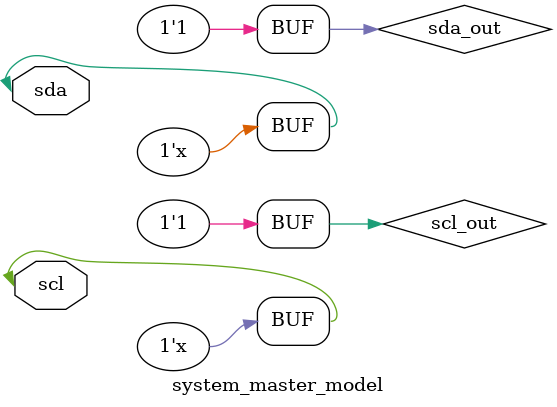
<source format=v>
`timescale 1ns/1ps

module system_master_model (
    inout sda,
    inout scl
);

reg sda_out = 1'b1;
reg scl_out = 1'b1;

assign sda = sda_out ? 1'bz : 1'b0;
assign scl = scl_out ? 1'bz : 1'b0;

parameter PERIOD = 10000; // 10,000 ns = 100 kHz

task i2c_init;
begin
    sda_out = 1'b1;
    scl_out = 1'b1;
    #(PERIOD);
end
endtask

task i2c_start;
begin
    sda_out = 1'b1;
    scl_out = 1'b1;
    #(PERIOD/4);
    sda_out = 1'b0;
    #(PERIOD/4);
    scl_out = 1'b0;
    #(PERIOD/2);
end
endtask

task i2c_stop;
begin
    scl_out = 1'b0;
    sda_out = 1'b0;
    #(PERIOD/4);
    scl_out = 1'b1;
    #(PERIOD/4);
    sda_out = 1'b1;
    #(PERIOD/2);
end
endtask

task i2c_write_byte;
    input [7:0] data;
    output      ack;
    integer i;
begin
    for (i = 7; i >= 0; i = i - 1) begin
        scl_out = 1'b0;
        sda_out = data[i];
        #(PERIOD/2);
        scl_out = 1'b1;
        #(PERIOD/2);
    end
    
    scl_out = 1'b0;
    sda_out = 1'b1;
    #(PERIOD/2);
    scl_out = 1'b1;
    ack = sda;
    #(PERIOD/2);
    scl_out = 1'b0;
end
endtask

task i2c_read_byte;
    input send_ack; // 0 = send ACK, 1 = send NACK
    output [7:0] data;
    integer i;
begin
    sda_out = 1'b1;
    for (i = 7; i >= 0; i = i - 1) begin
        scl_out = 1'b0;
        #(PERIOD/2);
        scl_out = 1'b1;
        data[i] = sda;
        #(PERIOD/2);
    end
    
    scl_out = 1'b0;
    sda_out = send_ack;
    #(PERIOD/2);
    scl_out = 1'b1;
    #(PERIOD/2);
    scl_out = 1'b0;
    sda_out = 1'b1;
end
endtask

task task_write;
    input [6:0] addr;
    input [7:0] data_byte;
    reg ack;
begin
    $display("[%0t] TB MASTER: Writing 0x%h to 7-bit addr 0x%h", $time, data_byte, addr);
    i2c_start;
    i2c_write_byte({addr, 1'b0}, ack);
    if (ack) $display("ERROR: Address 0x%h NACK'd", addr);
    
    i2c_write_byte(data_byte, ack);
    if (ack) $display("ERROR: Data 0x%h NACK'd", data_byte);
    
    i2c_stop;
    #(PERIOD * 10);
end
endtask

task task_read;
    input [6:0] addr;
    output [7:0] data_read;
    reg ack;
    reg [7:0] data_temp;
begin
    $display("[%0t] TB MASTER: Reading from 7-bit addr 0x%h", $time, addr);
    i2c_start;
    i2c_write_byte({addr, 1'b1}, ack);
    if (ack) $display("ERROR: Address 0x%h NACK'd", addr);

    i2c_read_byte(1'b1, data_temp); // Read one byte and NACK it
    data_read = data_temp;
    
    i2c_stop;
    $display("[%0t] TB MASTER: Read data 0x%h", $time, data_read);
    #(PERIOD * 10);
end
endtask

endmodule
</source>
